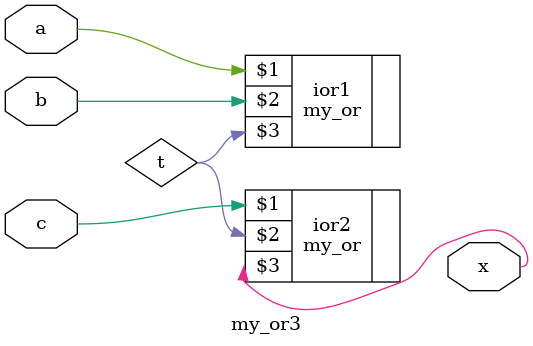
<source format=v>
module my_or3 (input a, b, c, output x);
   wire t;
//   my_or ior1 (a, b, t), ior2(c, t, x);
   my_or ior1 (a, b, t);

   my_or ior2(c, t, x);
endmodule

</source>
